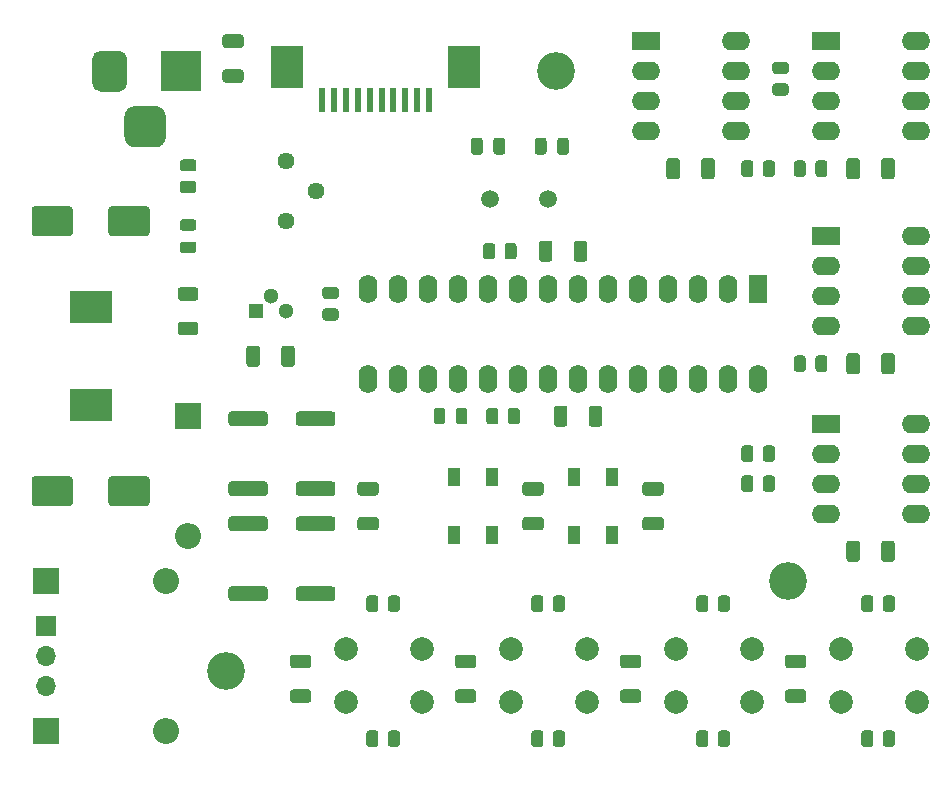
<source format=gbr>
%TF.GenerationSoftware,KiCad,Pcbnew,(5.1.10)-1*%
%TF.CreationDate,2021-06-26T23:15:49+03:00*%
%TF.ProjectId,ambient,616d6269-656e-4742-9e6b-696361645f70,rev?*%
%TF.SameCoordinates,Original*%
%TF.FileFunction,Soldermask,Top*%
%TF.FilePolarity,Negative*%
%FSLAX46Y46*%
G04 Gerber Fmt 4.6, Leading zero omitted, Abs format (unit mm)*
G04 Created by KiCad (PCBNEW (5.1.10)-1) date 2021-06-26 23:15:49*
%MOMM*%
%LPD*%
G01*
G04 APERTURE LIST*
%ADD10C,3.200000*%
%ADD11R,3.500000X3.500000*%
%ADD12R,1.600000X2.400000*%
%ADD13O,1.600000X2.400000*%
%ADD14C,1.500000*%
%ADD15R,3.600000X2.700000*%
%ADD16R,0.610000X2.000000*%
%ADD17R,2.680000X3.600000*%
%ADD18C,1.440000*%
%ADD19O,2.400000X1.600000*%
%ADD20R,2.400000X1.600000*%
%ADD21C,2.000000*%
%ADD22R,2.200000X2.200000*%
%ADD23O,2.200000X2.200000*%
%ADD24R,1.700000X1.700000*%
%ADD25O,1.700000X1.700000*%
%ADD26R,1.000000X1.500000*%
%ADD27C,1.300000*%
%ADD28R,1.300000X1.300000*%
G04 APERTURE END LIST*
D10*
%TO.C, *%
X79375000Y-63500000D03*
%TD*%
%TO.C, *%
X59690000Y-20320000D03*
%TD*%
%TO.C, *%
X31750000Y-71120000D03*
%TD*%
%TO.C,C1*%
G36*
G01*
X59545000Y-50180001D02*
X59545000Y-48879999D01*
G75*
G02*
X59794999Y-48630000I249999J0D01*
G01*
X60445001Y-48630000D01*
G75*
G02*
X60695000Y-48879999I0J-249999D01*
G01*
X60695000Y-50180001D01*
G75*
G02*
X60445001Y-50430000I-249999J0D01*
G01*
X59794999Y-50430000D01*
G75*
G02*
X59545000Y-50180001I0J249999D01*
G01*
G37*
G36*
G01*
X62495000Y-50180001D02*
X62495000Y-48879999D01*
G75*
G02*
X62744999Y-48630000I249999J0D01*
G01*
X63395001Y-48630000D01*
G75*
G02*
X63645000Y-48879999I0J-249999D01*
G01*
X63645000Y-50180001D01*
G75*
G02*
X63395001Y-50430000I-249999J0D01*
G01*
X62744999Y-50430000D01*
G75*
G02*
X62495000Y-50180001I0J249999D01*
G01*
G37*
%TD*%
%TO.C,C2*%
G36*
G01*
X59425000Y-34909999D02*
X59425000Y-36210001D01*
G75*
G02*
X59175001Y-36460000I-249999J0D01*
G01*
X58524999Y-36460000D01*
G75*
G02*
X58275000Y-36210001I0J249999D01*
G01*
X58275000Y-34909999D01*
G75*
G02*
X58524999Y-34660000I249999J0D01*
G01*
X59175001Y-34660000D01*
G75*
G02*
X59425000Y-34909999I0J-249999D01*
G01*
G37*
G36*
G01*
X62375000Y-34909999D02*
X62375000Y-36210001D01*
G75*
G02*
X62125001Y-36460000I-249999J0D01*
G01*
X61474999Y-36460000D01*
G75*
G02*
X61225000Y-36210001I0J249999D01*
G01*
X61225000Y-34909999D01*
G75*
G02*
X61474999Y-34660000I249999J0D01*
G01*
X62125001Y-34660000D01*
G75*
G02*
X62375000Y-34909999I0J-249999D01*
G01*
G37*
%TD*%
D11*
%TO.C,J1*%
X27940000Y-20320000D03*
G36*
G01*
X20440000Y-21320000D02*
X20440000Y-19320000D01*
G75*
G02*
X21190000Y-18570000I750000J0D01*
G01*
X22690000Y-18570000D01*
G75*
G02*
X23440000Y-19320000I0J-750000D01*
G01*
X23440000Y-21320000D01*
G75*
G02*
X22690000Y-22070000I-750000J0D01*
G01*
X21190000Y-22070000D01*
G75*
G02*
X20440000Y-21320000I0J750000D01*
G01*
G37*
G36*
G01*
X23190000Y-25895000D02*
X23190000Y-24145000D01*
G75*
G02*
X24065000Y-23270000I875000J0D01*
G01*
X25815000Y-23270000D01*
G75*
G02*
X26690000Y-24145000I0J-875000D01*
G01*
X26690000Y-25895000D01*
G75*
G02*
X25815000Y-26770000I-875000J0D01*
G01*
X24065000Y-26770000D01*
G75*
G02*
X23190000Y-25895000I0J875000D01*
G01*
G37*
%TD*%
D12*
%TO.C,U1*%
X76835000Y-38735000D03*
D13*
X43815000Y-46355000D03*
X74295000Y-38735000D03*
X46355000Y-46355000D03*
X71755000Y-38735000D03*
X48895000Y-46355000D03*
X69215000Y-38735000D03*
X51435000Y-46355000D03*
X66675000Y-38735000D03*
X53975000Y-46355000D03*
X64135000Y-38735000D03*
X56515000Y-46355000D03*
X61595000Y-38735000D03*
X59055000Y-46355000D03*
X59055000Y-38735000D03*
X61595000Y-46355000D03*
X56515000Y-38735000D03*
X64135000Y-46355000D03*
X53975000Y-38735000D03*
X66675000Y-46355000D03*
X51435000Y-38735000D03*
X69215000Y-46355000D03*
X48895000Y-38735000D03*
X71755000Y-46355000D03*
X46355000Y-38735000D03*
X74295000Y-46355000D03*
X43815000Y-38735000D03*
X76835000Y-46355000D03*
%TD*%
%TO.C,C3*%
G36*
G01*
X60820000Y-26195000D02*
X60820000Y-27145000D01*
G75*
G02*
X60570000Y-27395000I-250000J0D01*
G01*
X60070000Y-27395000D01*
G75*
G02*
X59820000Y-27145000I0J250000D01*
G01*
X59820000Y-26195000D01*
G75*
G02*
X60070000Y-25945000I250000J0D01*
G01*
X60570000Y-25945000D01*
G75*
G02*
X60820000Y-26195000I0J-250000D01*
G01*
G37*
G36*
G01*
X58920000Y-26195000D02*
X58920000Y-27145000D01*
G75*
G02*
X58670000Y-27395000I-250000J0D01*
G01*
X58170000Y-27395000D01*
G75*
G02*
X57920000Y-27145000I0J250000D01*
G01*
X57920000Y-26195000D01*
G75*
G02*
X58170000Y-25945000I250000J0D01*
G01*
X58670000Y-25945000D01*
G75*
G02*
X58920000Y-26195000I0J-250000D01*
G01*
G37*
%TD*%
%TO.C,C4*%
G36*
G01*
X54425000Y-27145000D02*
X54425000Y-26195000D01*
G75*
G02*
X54675000Y-25945000I250000J0D01*
G01*
X55175000Y-25945000D01*
G75*
G02*
X55425000Y-26195000I0J-250000D01*
G01*
X55425000Y-27145000D01*
G75*
G02*
X55175000Y-27395000I-250000J0D01*
G01*
X54675000Y-27395000D01*
G75*
G02*
X54425000Y-27145000I0J250000D01*
G01*
G37*
G36*
G01*
X52525000Y-27145000D02*
X52525000Y-26195000D01*
G75*
G02*
X52775000Y-25945000I250000J0D01*
G01*
X53275000Y-25945000D01*
G75*
G02*
X53525000Y-26195000I0J-250000D01*
G01*
X53525000Y-27145000D01*
G75*
G02*
X53275000Y-27395000I-250000J0D01*
G01*
X52775000Y-27395000D01*
G75*
G02*
X52525000Y-27145000I0J250000D01*
G01*
G37*
%TD*%
%TO.C,R1*%
G36*
G01*
X53542500Y-36010001D02*
X53542500Y-35109999D01*
G75*
G02*
X53792499Y-34860000I249999J0D01*
G01*
X54317501Y-34860000D01*
G75*
G02*
X54567500Y-35109999I0J-249999D01*
G01*
X54567500Y-36010001D01*
G75*
G02*
X54317501Y-36260000I-249999J0D01*
G01*
X53792499Y-36260000D01*
G75*
G02*
X53542500Y-36010001I0J249999D01*
G01*
G37*
G36*
G01*
X55367500Y-36010001D02*
X55367500Y-35109999D01*
G75*
G02*
X55617499Y-34860000I249999J0D01*
G01*
X56142501Y-34860000D01*
G75*
G02*
X56392500Y-35109999I0J-249999D01*
G01*
X56392500Y-36010001D01*
G75*
G02*
X56142501Y-36260000I-249999J0D01*
G01*
X55617499Y-36260000D01*
G75*
G02*
X55367500Y-36010001I0J249999D01*
G01*
G37*
%TD*%
D14*
%TO.C,Y1*%
X59055000Y-31115000D03*
X54155000Y-31115000D03*
%TD*%
%TO.C,C5*%
G36*
G01*
X15320000Y-34020000D02*
X15320000Y-32020000D01*
G75*
G02*
X15570000Y-31770000I250000J0D01*
G01*
X18570000Y-31770000D01*
G75*
G02*
X18820000Y-32020000I0J-250000D01*
G01*
X18820000Y-34020000D01*
G75*
G02*
X18570000Y-34270000I-250000J0D01*
G01*
X15570000Y-34270000D01*
G75*
G02*
X15320000Y-34020000I0J250000D01*
G01*
G37*
G36*
G01*
X21820000Y-34020000D02*
X21820000Y-32020000D01*
G75*
G02*
X22070000Y-31770000I250000J0D01*
G01*
X25070000Y-31770000D01*
G75*
G02*
X25320000Y-32020000I0J-250000D01*
G01*
X25320000Y-34020000D01*
G75*
G02*
X25070000Y-34270000I-250000J0D01*
G01*
X22070000Y-34270000D01*
G75*
G02*
X21820000Y-34020000I0J250000D01*
G01*
G37*
%TD*%
%TO.C,C6*%
G36*
G01*
X21820000Y-56880000D02*
X21820000Y-54880000D01*
G75*
G02*
X22070000Y-54630000I250000J0D01*
G01*
X25070000Y-54630000D01*
G75*
G02*
X25320000Y-54880000I0J-250000D01*
G01*
X25320000Y-56880000D01*
G75*
G02*
X25070000Y-57130000I-250000J0D01*
G01*
X22070000Y-57130000D01*
G75*
G02*
X21820000Y-56880000I0J250000D01*
G01*
G37*
G36*
G01*
X15320000Y-56880000D02*
X15320000Y-54880000D01*
G75*
G02*
X15570000Y-54630000I250000J0D01*
G01*
X18570000Y-54630000D01*
G75*
G02*
X18820000Y-54880000I0J-250000D01*
G01*
X18820000Y-56880000D01*
G75*
G02*
X18570000Y-57130000I-250000J0D01*
G01*
X15570000Y-57130000D01*
G75*
G02*
X15320000Y-56880000I0J250000D01*
G01*
G37*
%TD*%
%TO.C,C7*%
G36*
G01*
X37449999Y-69705000D02*
X38750001Y-69705000D01*
G75*
G02*
X39000000Y-69954999I0J-249999D01*
G01*
X39000000Y-70605001D01*
G75*
G02*
X38750001Y-70855000I-249999J0D01*
G01*
X37449999Y-70855000D01*
G75*
G02*
X37200000Y-70605001I0J249999D01*
G01*
X37200000Y-69954999D01*
G75*
G02*
X37449999Y-69705000I249999J0D01*
G01*
G37*
G36*
G01*
X37449999Y-72655000D02*
X38750001Y-72655000D01*
G75*
G02*
X39000000Y-72904999I0J-249999D01*
G01*
X39000000Y-73555001D01*
G75*
G02*
X38750001Y-73805000I-249999J0D01*
G01*
X37449999Y-73805000D01*
G75*
G02*
X37200000Y-73555001I0J249999D01*
G01*
X37200000Y-72904999D01*
G75*
G02*
X37449999Y-72655000I249999J0D01*
G01*
G37*
%TD*%
D15*
%TO.C,L1*%
X20320000Y-40300000D03*
X20320000Y-48600000D03*
%TD*%
%TO.C,R2*%
G36*
G01*
X45485000Y-65855001D02*
X45485000Y-64954999D01*
G75*
G02*
X45734999Y-64705000I249999J0D01*
G01*
X46260001Y-64705000D01*
G75*
G02*
X46510000Y-64954999I0J-249999D01*
G01*
X46510000Y-65855001D01*
G75*
G02*
X46260001Y-66105000I-249999J0D01*
G01*
X45734999Y-66105000D01*
G75*
G02*
X45485000Y-65855001I0J249999D01*
G01*
G37*
G36*
G01*
X43660000Y-65855001D02*
X43660000Y-64954999D01*
G75*
G02*
X43909999Y-64705000I249999J0D01*
G01*
X44435001Y-64705000D01*
G75*
G02*
X44685000Y-64954999I0J-249999D01*
G01*
X44685000Y-65855001D01*
G75*
G02*
X44435001Y-66105000I-249999J0D01*
G01*
X43909999Y-66105000D01*
G75*
G02*
X43660000Y-65855001I0J249999D01*
G01*
G37*
%TD*%
%TO.C,R3*%
G36*
G01*
X43660000Y-77285001D02*
X43660000Y-76384999D01*
G75*
G02*
X43909999Y-76135000I249999J0D01*
G01*
X44435001Y-76135000D01*
G75*
G02*
X44685000Y-76384999I0J-249999D01*
G01*
X44685000Y-77285001D01*
G75*
G02*
X44435001Y-77535000I-249999J0D01*
G01*
X43909999Y-77535000D01*
G75*
G02*
X43660000Y-77285001I0J249999D01*
G01*
G37*
G36*
G01*
X45485000Y-77285001D02*
X45485000Y-76384999D01*
G75*
G02*
X45734999Y-76135000I249999J0D01*
G01*
X46260001Y-76135000D01*
G75*
G02*
X46510000Y-76384999I0J-249999D01*
G01*
X46510000Y-77285001D01*
G75*
G02*
X46260001Y-77535000I-249999J0D01*
G01*
X45734999Y-77535000D01*
G75*
G02*
X45485000Y-77285001I0J249999D01*
G01*
G37*
%TD*%
%TO.C,C8*%
G36*
G01*
X79359999Y-69705000D02*
X80660001Y-69705000D01*
G75*
G02*
X80910000Y-69954999I0J-249999D01*
G01*
X80910000Y-70605001D01*
G75*
G02*
X80660001Y-70855000I-249999J0D01*
G01*
X79359999Y-70855000D01*
G75*
G02*
X79110000Y-70605001I0J249999D01*
G01*
X79110000Y-69954999D01*
G75*
G02*
X79359999Y-69705000I249999J0D01*
G01*
G37*
G36*
G01*
X79359999Y-72655000D02*
X80660001Y-72655000D01*
G75*
G02*
X80910000Y-72904999I0J-249999D01*
G01*
X80910000Y-73555001D01*
G75*
G02*
X80660001Y-73805000I-249999J0D01*
G01*
X79359999Y-73805000D01*
G75*
G02*
X79110000Y-73555001I0J249999D01*
G01*
X79110000Y-72904999D01*
G75*
G02*
X79359999Y-72655000I249999J0D01*
G01*
G37*
%TD*%
%TO.C,C9*%
G36*
G01*
X51419999Y-72655000D02*
X52720001Y-72655000D01*
G75*
G02*
X52970000Y-72904999I0J-249999D01*
G01*
X52970000Y-73555001D01*
G75*
G02*
X52720001Y-73805000I-249999J0D01*
G01*
X51419999Y-73805000D01*
G75*
G02*
X51170000Y-73555001I0J249999D01*
G01*
X51170000Y-72904999D01*
G75*
G02*
X51419999Y-72655000I249999J0D01*
G01*
G37*
G36*
G01*
X51419999Y-69705000D02*
X52720001Y-69705000D01*
G75*
G02*
X52970000Y-69954999I0J-249999D01*
G01*
X52970000Y-70605001D01*
G75*
G02*
X52720001Y-70855000I-249999J0D01*
G01*
X51419999Y-70855000D01*
G75*
G02*
X51170000Y-70605001I0J249999D01*
G01*
X51170000Y-69954999D01*
G75*
G02*
X51419999Y-69705000I249999J0D01*
G01*
G37*
%TD*%
%TO.C,C10*%
G36*
G01*
X65389999Y-72655000D02*
X66690001Y-72655000D01*
G75*
G02*
X66940000Y-72904999I0J-249999D01*
G01*
X66940000Y-73555001D01*
G75*
G02*
X66690001Y-73805000I-249999J0D01*
G01*
X65389999Y-73805000D01*
G75*
G02*
X65140000Y-73555001I0J249999D01*
G01*
X65140000Y-72904999D01*
G75*
G02*
X65389999Y-72655000I249999J0D01*
G01*
G37*
G36*
G01*
X65389999Y-69705000D02*
X66690001Y-69705000D01*
G75*
G02*
X66940000Y-69954999I0J-249999D01*
G01*
X66940000Y-70605001D01*
G75*
G02*
X66690001Y-70855000I-249999J0D01*
G01*
X65389999Y-70855000D01*
G75*
G02*
X65140000Y-70605001I0J249999D01*
G01*
X65140000Y-69954999D01*
G75*
G02*
X65389999Y-69705000I249999J0D01*
G01*
G37*
%TD*%
%TO.C,C11*%
G36*
G01*
X31734999Y-17205000D02*
X33035001Y-17205000D01*
G75*
G02*
X33285000Y-17454999I0J-249999D01*
G01*
X33285000Y-18105001D01*
G75*
G02*
X33035001Y-18355000I-249999J0D01*
G01*
X31734999Y-18355000D01*
G75*
G02*
X31485000Y-18105001I0J249999D01*
G01*
X31485000Y-17454999D01*
G75*
G02*
X31734999Y-17205000I249999J0D01*
G01*
G37*
G36*
G01*
X31734999Y-20155000D02*
X33035001Y-20155000D01*
G75*
G02*
X33285000Y-20404999I0J-249999D01*
G01*
X33285000Y-21055001D01*
G75*
G02*
X33035001Y-21305000I-249999J0D01*
G01*
X31734999Y-21305000D01*
G75*
G02*
X31485000Y-21055001I0J249999D01*
G01*
X31485000Y-20404999D01*
G75*
G02*
X31734999Y-20155000I249999J0D01*
G01*
G37*
%TD*%
%TO.C,D1*%
G36*
G01*
X29031250Y-33840000D02*
X28118750Y-33840000D01*
G75*
G02*
X27875000Y-33596250I0J243750D01*
G01*
X27875000Y-33108750D01*
G75*
G02*
X28118750Y-32865000I243750J0D01*
G01*
X29031250Y-32865000D01*
G75*
G02*
X29275000Y-33108750I0J-243750D01*
G01*
X29275000Y-33596250D01*
G75*
G02*
X29031250Y-33840000I-243750J0D01*
G01*
G37*
G36*
G01*
X29031250Y-35715000D02*
X28118750Y-35715000D01*
G75*
G02*
X27875000Y-35471250I0J243750D01*
G01*
X27875000Y-34983750D01*
G75*
G02*
X28118750Y-34740000I243750J0D01*
G01*
X29031250Y-34740000D01*
G75*
G02*
X29275000Y-34983750I0J-243750D01*
G01*
X29275000Y-35471250D01*
G75*
G02*
X29031250Y-35715000I-243750J0D01*
G01*
G37*
%TD*%
%TO.C,D2*%
G36*
G01*
X49375000Y-49986250D02*
X49375000Y-49073750D01*
G75*
G02*
X49618750Y-48830000I243750J0D01*
G01*
X50106250Y-48830000D01*
G75*
G02*
X50350000Y-49073750I0J-243750D01*
G01*
X50350000Y-49986250D01*
G75*
G02*
X50106250Y-50230000I-243750J0D01*
G01*
X49618750Y-50230000D01*
G75*
G02*
X49375000Y-49986250I0J243750D01*
G01*
G37*
G36*
G01*
X51250000Y-49986250D02*
X51250000Y-49073750D01*
G75*
G02*
X51493750Y-48830000I243750J0D01*
G01*
X51981250Y-48830000D01*
G75*
G02*
X52225000Y-49073750I0J-243750D01*
G01*
X52225000Y-49986250D01*
G75*
G02*
X51981250Y-50230000I-243750J0D01*
G01*
X51493750Y-50230000D01*
G75*
G02*
X51250000Y-49986250I0J243750D01*
G01*
G37*
%TD*%
D16*
%TO.C,J2*%
X48950000Y-22755000D03*
X47950000Y-22755000D03*
X46950000Y-22755000D03*
X45950000Y-22755000D03*
X44950000Y-22755000D03*
X43950000Y-22755000D03*
X42950000Y-22755000D03*
X41950000Y-22755000D03*
X40950000Y-22755000D03*
X39950000Y-22755000D03*
D17*
X51940000Y-19955000D03*
X36960000Y-19955000D03*
%TD*%
%TO.C,R4*%
G36*
G01*
X85570000Y-65855001D02*
X85570000Y-64954999D01*
G75*
G02*
X85819999Y-64705000I249999J0D01*
G01*
X86345001Y-64705000D01*
G75*
G02*
X86595000Y-64954999I0J-249999D01*
G01*
X86595000Y-65855001D01*
G75*
G02*
X86345001Y-66105000I-249999J0D01*
G01*
X85819999Y-66105000D01*
G75*
G02*
X85570000Y-65855001I0J249999D01*
G01*
G37*
G36*
G01*
X87395000Y-65855001D02*
X87395000Y-64954999D01*
G75*
G02*
X87644999Y-64705000I249999J0D01*
G01*
X88170001Y-64705000D01*
G75*
G02*
X88420000Y-64954999I0J-249999D01*
G01*
X88420000Y-65855001D01*
G75*
G02*
X88170001Y-66105000I-249999J0D01*
G01*
X87644999Y-66105000D01*
G75*
G02*
X87395000Y-65855001I0J249999D01*
G01*
G37*
%TD*%
%TO.C,R5*%
G36*
G01*
X87395000Y-77285001D02*
X87395000Y-76384999D01*
G75*
G02*
X87644999Y-76135000I249999J0D01*
G01*
X88170001Y-76135000D01*
G75*
G02*
X88420000Y-76384999I0J-249999D01*
G01*
X88420000Y-77285001D01*
G75*
G02*
X88170001Y-77535000I-249999J0D01*
G01*
X87644999Y-77535000D01*
G75*
G02*
X87395000Y-77285001I0J249999D01*
G01*
G37*
G36*
G01*
X85570000Y-77285001D02*
X85570000Y-76384999D01*
G75*
G02*
X85819999Y-76135000I249999J0D01*
G01*
X86345001Y-76135000D01*
G75*
G02*
X86595000Y-76384999I0J-249999D01*
G01*
X86595000Y-77285001D01*
G75*
G02*
X86345001Y-77535000I-249999J0D01*
G01*
X85819999Y-77535000D01*
G75*
G02*
X85570000Y-77285001I0J249999D01*
G01*
G37*
%TD*%
%TO.C,R6*%
G36*
G01*
X59455000Y-65855001D02*
X59455000Y-64954999D01*
G75*
G02*
X59704999Y-64705000I249999J0D01*
G01*
X60230001Y-64705000D01*
G75*
G02*
X60480000Y-64954999I0J-249999D01*
G01*
X60480000Y-65855001D01*
G75*
G02*
X60230001Y-66105000I-249999J0D01*
G01*
X59704999Y-66105000D01*
G75*
G02*
X59455000Y-65855001I0J249999D01*
G01*
G37*
G36*
G01*
X57630000Y-65855001D02*
X57630000Y-64954999D01*
G75*
G02*
X57879999Y-64705000I249999J0D01*
G01*
X58405001Y-64705000D01*
G75*
G02*
X58655000Y-64954999I0J-249999D01*
G01*
X58655000Y-65855001D01*
G75*
G02*
X58405001Y-66105000I-249999J0D01*
G01*
X57879999Y-66105000D01*
G75*
G02*
X57630000Y-65855001I0J249999D01*
G01*
G37*
%TD*%
%TO.C,R7*%
G36*
G01*
X57630000Y-77285001D02*
X57630000Y-76384999D01*
G75*
G02*
X57879999Y-76135000I249999J0D01*
G01*
X58405001Y-76135000D01*
G75*
G02*
X58655000Y-76384999I0J-249999D01*
G01*
X58655000Y-77285001D01*
G75*
G02*
X58405001Y-77535000I-249999J0D01*
G01*
X57879999Y-77535000D01*
G75*
G02*
X57630000Y-77285001I0J249999D01*
G01*
G37*
G36*
G01*
X59455000Y-77285001D02*
X59455000Y-76384999D01*
G75*
G02*
X59704999Y-76135000I249999J0D01*
G01*
X60230001Y-76135000D01*
G75*
G02*
X60480000Y-76384999I0J-249999D01*
G01*
X60480000Y-77285001D01*
G75*
G02*
X60230001Y-77535000I-249999J0D01*
G01*
X59704999Y-77535000D01*
G75*
G02*
X59455000Y-77285001I0J249999D01*
G01*
G37*
%TD*%
%TO.C,R8*%
G36*
G01*
X73425000Y-65855001D02*
X73425000Y-64954999D01*
G75*
G02*
X73674999Y-64705000I249999J0D01*
G01*
X74200001Y-64705000D01*
G75*
G02*
X74450000Y-64954999I0J-249999D01*
G01*
X74450000Y-65855001D01*
G75*
G02*
X74200001Y-66105000I-249999J0D01*
G01*
X73674999Y-66105000D01*
G75*
G02*
X73425000Y-65855001I0J249999D01*
G01*
G37*
G36*
G01*
X71600000Y-65855001D02*
X71600000Y-64954999D01*
G75*
G02*
X71849999Y-64705000I249999J0D01*
G01*
X72375001Y-64705000D01*
G75*
G02*
X72625000Y-64954999I0J-249999D01*
G01*
X72625000Y-65855001D01*
G75*
G02*
X72375001Y-66105000I-249999J0D01*
G01*
X71849999Y-66105000D01*
G75*
G02*
X71600000Y-65855001I0J249999D01*
G01*
G37*
%TD*%
%TO.C,R9*%
G36*
G01*
X71600000Y-77285001D02*
X71600000Y-76384999D01*
G75*
G02*
X71849999Y-76135000I249999J0D01*
G01*
X72375001Y-76135000D01*
G75*
G02*
X72625000Y-76384999I0J-249999D01*
G01*
X72625000Y-77285001D01*
G75*
G02*
X72375001Y-77535000I-249999J0D01*
G01*
X71849999Y-77535000D01*
G75*
G02*
X71600000Y-77285001I0J249999D01*
G01*
G37*
G36*
G01*
X73425000Y-77285001D02*
X73425000Y-76384999D01*
G75*
G02*
X73674999Y-76135000I249999J0D01*
G01*
X74200001Y-76135000D01*
G75*
G02*
X74450000Y-76384999I0J-249999D01*
G01*
X74450000Y-77285001D01*
G75*
G02*
X74200001Y-77535000I-249999J0D01*
G01*
X73674999Y-77535000D01*
G75*
G02*
X73425000Y-77285001I0J249999D01*
G01*
G37*
%TD*%
%TO.C,R10*%
G36*
G01*
X29025001Y-30635000D02*
X28124999Y-30635000D01*
G75*
G02*
X27875000Y-30385001I0J249999D01*
G01*
X27875000Y-29859999D01*
G75*
G02*
X28124999Y-29610000I249999J0D01*
G01*
X29025001Y-29610000D01*
G75*
G02*
X29275000Y-29859999I0J-249999D01*
G01*
X29275000Y-30385001D01*
G75*
G02*
X29025001Y-30635000I-249999J0D01*
G01*
G37*
G36*
G01*
X29025001Y-28810000D02*
X28124999Y-28810000D01*
G75*
G02*
X27875000Y-28560001I0J249999D01*
G01*
X27875000Y-28034999D01*
G75*
G02*
X28124999Y-27785000I249999J0D01*
G01*
X29025001Y-27785000D01*
G75*
G02*
X29275000Y-28034999I0J-249999D01*
G01*
X29275000Y-28560001D01*
G75*
G02*
X29025001Y-28810000I-249999J0D01*
G01*
G37*
%TD*%
%TO.C,R11*%
G36*
G01*
X55645000Y-49980001D02*
X55645000Y-49079999D01*
G75*
G02*
X55894999Y-48830000I249999J0D01*
G01*
X56420001Y-48830000D01*
G75*
G02*
X56670000Y-49079999I0J-249999D01*
G01*
X56670000Y-49980001D01*
G75*
G02*
X56420001Y-50230000I-249999J0D01*
G01*
X55894999Y-50230000D01*
G75*
G02*
X55645000Y-49980001I0J249999D01*
G01*
G37*
G36*
G01*
X53820000Y-49980001D02*
X53820000Y-49079999D01*
G75*
G02*
X54069999Y-48830000I249999J0D01*
G01*
X54595001Y-48830000D01*
G75*
G02*
X54845000Y-49079999I0J-249999D01*
G01*
X54845000Y-49980001D01*
G75*
G02*
X54595001Y-50230000I-249999J0D01*
G01*
X54069999Y-50230000D01*
G75*
G02*
X53820000Y-49980001I0J249999D01*
G01*
G37*
%TD*%
D18*
%TO.C,RV1*%
X36830000Y-27940000D03*
X39370000Y-30480000D03*
X36830000Y-33020000D03*
%TD*%
%TO.C,C12*%
G36*
G01*
X73170000Y-27924999D02*
X73170000Y-29225001D01*
G75*
G02*
X72920001Y-29475000I-249999J0D01*
G01*
X72269999Y-29475000D01*
G75*
G02*
X72020000Y-29225001I0J249999D01*
G01*
X72020000Y-27924999D01*
G75*
G02*
X72269999Y-27675000I249999J0D01*
G01*
X72920001Y-27675000D01*
G75*
G02*
X73170000Y-27924999I0J-249999D01*
G01*
G37*
G36*
G01*
X70220000Y-27924999D02*
X70220000Y-29225001D01*
G75*
G02*
X69970001Y-29475000I-249999J0D01*
G01*
X69319999Y-29475000D01*
G75*
G02*
X69070000Y-29225001I0J249999D01*
G01*
X69070000Y-27924999D01*
G75*
G02*
X69319999Y-27675000I249999J0D01*
G01*
X69970001Y-27675000D01*
G75*
G02*
X70220000Y-27924999I0J-249999D01*
G01*
G37*
%TD*%
%TO.C,C13*%
G36*
G01*
X85460000Y-27924999D02*
X85460000Y-29225001D01*
G75*
G02*
X85210001Y-29475000I-249999J0D01*
G01*
X84559999Y-29475000D01*
G75*
G02*
X84310000Y-29225001I0J249999D01*
G01*
X84310000Y-27924999D01*
G75*
G02*
X84559999Y-27675000I249999J0D01*
G01*
X85210001Y-27675000D01*
G75*
G02*
X85460000Y-27924999I0J-249999D01*
G01*
G37*
G36*
G01*
X88410000Y-27924999D02*
X88410000Y-29225001D01*
G75*
G02*
X88160001Y-29475000I-249999J0D01*
G01*
X87509999Y-29475000D01*
G75*
G02*
X87260000Y-29225001I0J249999D01*
G01*
X87260000Y-27924999D01*
G75*
G02*
X87509999Y-27675000I249999J0D01*
G01*
X88160001Y-27675000D01*
G75*
G02*
X88410000Y-27924999I0J-249999D01*
G01*
G37*
%TD*%
%TO.C,C14*%
G36*
G01*
X88410000Y-44434999D02*
X88410000Y-45735001D01*
G75*
G02*
X88160001Y-45985000I-249999J0D01*
G01*
X87509999Y-45985000D01*
G75*
G02*
X87260000Y-45735001I0J249999D01*
G01*
X87260000Y-44434999D01*
G75*
G02*
X87509999Y-44185000I249999J0D01*
G01*
X88160001Y-44185000D01*
G75*
G02*
X88410000Y-44434999I0J-249999D01*
G01*
G37*
G36*
G01*
X85460000Y-44434999D02*
X85460000Y-45735001D01*
G75*
G02*
X85210001Y-45985000I-249999J0D01*
G01*
X84559999Y-45985000D01*
G75*
G02*
X84310000Y-45735001I0J249999D01*
G01*
X84310000Y-44434999D01*
G75*
G02*
X84559999Y-44185000I249999J0D01*
G01*
X85210001Y-44185000D01*
G75*
G02*
X85460000Y-44434999I0J-249999D01*
G01*
G37*
%TD*%
%TO.C,C15*%
G36*
G01*
X85460000Y-60309999D02*
X85460000Y-61610001D01*
G75*
G02*
X85210001Y-61860000I-249999J0D01*
G01*
X84559999Y-61860000D01*
G75*
G02*
X84310000Y-61610001I0J249999D01*
G01*
X84310000Y-60309999D01*
G75*
G02*
X84559999Y-60060000I249999J0D01*
G01*
X85210001Y-60060000D01*
G75*
G02*
X85460000Y-60309999I0J-249999D01*
G01*
G37*
G36*
G01*
X88410000Y-60309999D02*
X88410000Y-61610001D01*
G75*
G02*
X88160001Y-61860000I-249999J0D01*
G01*
X87509999Y-61860000D01*
G75*
G02*
X87260000Y-61610001I0J249999D01*
G01*
X87260000Y-60309999D01*
G75*
G02*
X87509999Y-60060000I249999J0D01*
G01*
X88160001Y-60060000D01*
G75*
G02*
X88410000Y-60309999I0J-249999D01*
G01*
G37*
%TD*%
%TO.C,R12*%
G36*
G01*
X77235000Y-29025001D02*
X77235000Y-28124999D01*
G75*
G02*
X77484999Y-27875000I249999J0D01*
G01*
X78010001Y-27875000D01*
G75*
G02*
X78260000Y-28124999I0J-249999D01*
G01*
X78260000Y-29025001D01*
G75*
G02*
X78010001Y-29275000I-249999J0D01*
G01*
X77484999Y-29275000D01*
G75*
G02*
X77235000Y-29025001I0J249999D01*
G01*
G37*
G36*
G01*
X75410000Y-29025001D02*
X75410000Y-28124999D01*
G75*
G02*
X75659999Y-27875000I249999J0D01*
G01*
X76185001Y-27875000D01*
G75*
G02*
X76435000Y-28124999I0J-249999D01*
G01*
X76435000Y-29025001D01*
G75*
G02*
X76185001Y-29275000I-249999J0D01*
G01*
X75659999Y-29275000D01*
G75*
G02*
X75410000Y-29025001I0J249999D01*
G01*
G37*
%TD*%
%TO.C,R13*%
G36*
G01*
X82705000Y-28124999D02*
X82705000Y-29025001D01*
G75*
G02*
X82455001Y-29275000I-249999J0D01*
G01*
X81929999Y-29275000D01*
G75*
G02*
X81680000Y-29025001I0J249999D01*
G01*
X81680000Y-28124999D01*
G75*
G02*
X81929999Y-27875000I249999J0D01*
G01*
X82455001Y-27875000D01*
G75*
G02*
X82705000Y-28124999I0J-249999D01*
G01*
G37*
G36*
G01*
X80880000Y-28124999D02*
X80880000Y-29025001D01*
G75*
G02*
X80630001Y-29275000I-249999J0D01*
G01*
X80104999Y-29275000D01*
G75*
G02*
X79855000Y-29025001I0J249999D01*
G01*
X79855000Y-28124999D01*
G75*
G02*
X80104999Y-27875000I249999J0D01*
G01*
X80630001Y-27875000D01*
G75*
G02*
X80880000Y-28124999I0J-249999D01*
G01*
G37*
%TD*%
%TO.C,R14*%
G36*
G01*
X79190001Y-20555000D02*
X78289999Y-20555000D01*
G75*
G02*
X78040000Y-20305001I0J249999D01*
G01*
X78040000Y-19779999D01*
G75*
G02*
X78289999Y-19530000I249999J0D01*
G01*
X79190001Y-19530000D01*
G75*
G02*
X79440000Y-19779999I0J-249999D01*
G01*
X79440000Y-20305001D01*
G75*
G02*
X79190001Y-20555000I-249999J0D01*
G01*
G37*
G36*
G01*
X79190001Y-22380000D02*
X78289999Y-22380000D01*
G75*
G02*
X78040000Y-22130001I0J249999D01*
G01*
X78040000Y-21604999D01*
G75*
G02*
X78289999Y-21355000I249999J0D01*
G01*
X79190001Y-21355000D01*
G75*
G02*
X79440000Y-21604999I0J-249999D01*
G01*
X79440000Y-22130001D01*
G75*
G02*
X79190001Y-22380000I-249999J0D01*
G01*
G37*
%TD*%
%TO.C,R15*%
G36*
G01*
X80880000Y-44634999D02*
X80880000Y-45535001D01*
G75*
G02*
X80630001Y-45785000I-249999J0D01*
G01*
X80104999Y-45785000D01*
G75*
G02*
X79855000Y-45535001I0J249999D01*
G01*
X79855000Y-44634999D01*
G75*
G02*
X80104999Y-44385000I249999J0D01*
G01*
X80630001Y-44385000D01*
G75*
G02*
X80880000Y-44634999I0J-249999D01*
G01*
G37*
G36*
G01*
X82705000Y-44634999D02*
X82705000Y-45535001D01*
G75*
G02*
X82455001Y-45785000I-249999J0D01*
G01*
X81929999Y-45785000D01*
G75*
G02*
X81680000Y-45535001I0J249999D01*
G01*
X81680000Y-44634999D01*
G75*
G02*
X81929999Y-44385000I249999J0D01*
G01*
X82455001Y-44385000D01*
G75*
G02*
X82705000Y-44634999I0J-249999D01*
G01*
G37*
%TD*%
%TO.C,R16*%
G36*
G01*
X75410000Y-53155001D02*
X75410000Y-52254999D01*
G75*
G02*
X75659999Y-52005000I249999J0D01*
G01*
X76185001Y-52005000D01*
G75*
G02*
X76435000Y-52254999I0J-249999D01*
G01*
X76435000Y-53155001D01*
G75*
G02*
X76185001Y-53405000I-249999J0D01*
G01*
X75659999Y-53405000D01*
G75*
G02*
X75410000Y-53155001I0J249999D01*
G01*
G37*
G36*
G01*
X77235000Y-53155001D02*
X77235000Y-52254999D01*
G75*
G02*
X77484999Y-52005000I249999J0D01*
G01*
X78010001Y-52005000D01*
G75*
G02*
X78260000Y-52254999I0J-249999D01*
G01*
X78260000Y-53155001D01*
G75*
G02*
X78010001Y-53405000I-249999J0D01*
G01*
X77484999Y-53405000D01*
G75*
G02*
X77235000Y-53155001I0J249999D01*
G01*
G37*
%TD*%
%TO.C,R17*%
G36*
G01*
X75410000Y-55695001D02*
X75410000Y-54794999D01*
G75*
G02*
X75659999Y-54545000I249999J0D01*
G01*
X76185001Y-54545000D01*
G75*
G02*
X76435000Y-54794999I0J-249999D01*
G01*
X76435000Y-55695001D01*
G75*
G02*
X76185001Y-55945000I-249999J0D01*
G01*
X75659999Y-55945000D01*
G75*
G02*
X75410000Y-55695001I0J249999D01*
G01*
G37*
G36*
G01*
X77235000Y-55695001D02*
X77235000Y-54794999D01*
G75*
G02*
X77484999Y-54545000I249999J0D01*
G01*
X78010001Y-54545000D01*
G75*
G02*
X78260000Y-54794999I0J-249999D01*
G01*
X78260000Y-55695001D01*
G75*
G02*
X78010001Y-55945000I-249999J0D01*
G01*
X77484999Y-55945000D01*
G75*
G02*
X77235000Y-55695001I0J249999D01*
G01*
G37*
%TD*%
D19*
%TO.C,U2*%
X74930000Y-17780000D03*
X67310000Y-25400000D03*
X74930000Y-20320000D03*
X67310000Y-22860000D03*
X74930000Y-22860000D03*
X67310000Y-20320000D03*
X74930000Y-25400000D03*
D20*
X67310000Y-17780000D03*
%TD*%
%TO.C,U3*%
X82550000Y-17780000D03*
D19*
X90170000Y-25400000D03*
X82550000Y-20320000D03*
X90170000Y-22860000D03*
X82550000Y-22860000D03*
X90170000Y-20320000D03*
X82550000Y-25400000D03*
X90170000Y-17780000D03*
%TD*%
%TO.C,U4*%
X90170000Y-34290000D03*
X82550000Y-41910000D03*
X90170000Y-36830000D03*
X82550000Y-39370000D03*
X90170000Y-39370000D03*
X82550000Y-36830000D03*
X90170000Y-41910000D03*
D20*
X82550000Y-34290000D03*
%TD*%
%TO.C,U5*%
X82550000Y-50165000D03*
D19*
X90170000Y-57785000D03*
X82550000Y-52705000D03*
X90170000Y-55245000D03*
X82550000Y-55245000D03*
X90170000Y-52705000D03*
X82550000Y-57785000D03*
X90170000Y-50165000D03*
%TD*%
D21*
%TO.C,SW1*%
X41910000Y-73715000D03*
X41910000Y-69215000D03*
X48410000Y-73715000D03*
X48410000Y-69215000D03*
%TD*%
%TO.C,SW2*%
X90320000Y-69215000D03*
X90320000Y-73715000D03*
X83820000Y-69215000D03*
X83820000Y-73715000D03*
%TD*%
%TO.C,SW3*%
X55880000Y-73715000D03*
X55880000Y-69215000D03*
X62380000Y-73715000D03*
X62380000Y-69215000D03*
%TD*%
%TO.C,SW4*%
X76350000Y-69215000D03*
X76350000Y-73715000D03*
X69850000Y-69215000D03*
X69850000Y-73715000D03*
%TD*%
%TO.C,C16*%
G36*
G01*
X57134999Y-58050000D02*
X58435001Y-58050000D01*
G75*
G02*
X58685000Y-58299999I0J-249999D01*
G01*
X58685000Y-58950001D01*
G75*
G02*
X58435001Y-59200000I-249999J0D01*
G01*
X57134999Y-59200000D01*
G75*
G02*
X56885000Y-58950001I0J249999D01*
G01*
X56885000Y-58299999D01*
G75*
G02*
X57134999Y-58050000I249999J0D01*
G01*
G37*
G36*
G01*
X57134999Y-55100000D02*
X58435001Y-55100000D01*
G75*
G02*
X58685000Y-55349999I0J-249999D01*
G01*
X58685000Y-56000001D01*
G75*
G02*
X58435001Y-56250000I-249999J0D01*
G01*
X57134999Y-56250000D01*
G75*
G02*
X56885000Y-56000001I0J249999D01*
G01*
X56885000Y-55349999D01*
G75*
G02*
X57134999Y-55100000I249999J0D01*
G01*
G37*
%TD*%
%TO.C,C17*%
G36*
G01*
X67294999Y-55100000D02*
X68595001Y-55100000D01*
G75*
G02*
X68845000Y-55349999I0J-249999D01*
G01*
X68845000Y-56000001D01*
G75*
G02*
X68595001Y-56250000I-249999J0D01*
G01*
X67294999Y-56250000D01*
G75*
G02*
X67045000Y-56000001I0J249999D01*
G01*
X67045000Y-55349999D01*
G75*
G02*
X67294999Y-55100000I249999J0D01*
G01*
G37*
G36*
G01*
X67294999Y-58050000D02*
X68595001Y-58050000D01*
G75*
G02*
X68845000Y-58299999I0J-249999D01*
G01*
X68845000Y-58950001D01*
G75*
G02*
X68595001Y-59200000I-249999J0D01*
G01*
X67294999Y-59200000D01*
G75*
G02*
X67045000Y-58950001I0J249999D01*
G01*
X67045000Y-58299999D01*
G75*
G02*
X67294999Y-58050000I249999J0D01*
G01*
G37*
%TD*%
%TO.C,C18*%
G36*
G01*
X37610000Y-43799999D02*
X37610000Y-45100001D01*
G75*
G02*
X37360001Y-45350000I-249999J0D01*
G01*
X36709999Y-45350000D01*
G75*
G02*
X36460000Y-45100001I0J249999D01*
G01*
X36460000Y-43799999D01*
G75*
G02*
X36709999Y-43550000I249999J0D01*
G01*
X37360001Y-43550000D01*
G75*
G02*
X37610000Y-43799999I0J-249999D01*
G01*
G37*
G36*
G01*
X34660000Y-43799999D02*
X34660000Y-45100001D01*
G75*
G02*
X34410001Y-45350000I-249999J0D01*
G01*
X33759999Y-45350000D01*
G75*
G02*
X33510000Y-45100001I0J249999D01*
G01*
X33510000Y-43799999D01*
G75*
G02*
X33759999Y-43550000I249999J0D01*
G01*
X34410001Y-43550000D01*
G75*
G02*
X34660000Y-43799999I0J-249999D01*
G01*
G37*
%TD*%
%TO.C,C19*%
G36*
G01*
X44465001Y-56250000D02*
X43164999Y-56250000D01*
G75*
G02*
X42915000Y-56000001I0J249999D01*
G01*
X42915000Y-55349999D01*
G75*
G02*
X43164999Y-55100000I249999J0D01*
G01*
X44465001Y-55100000D01*
G75*
G02*
X44715000Y-55349999I0J-249999D01*
G01*
X44715000Y-56000001D01*
G75*
G02*
X44465001Y-56250000I-249999J0D01*
G01*
G37*
G36*
G01*
X44465001Y-59200000D02*
X43164999Y-59200000D01*
G75*
G02*
X42915000Y-58950001I0J249999D01*
G01*
X42915000Y-58299999D01*
G75*
G02*
X43164999Y-58050000I249999J0D01*
G01*
X44465001Y-58050000D01*
G75*
G02*
X44715000Y-58299999I0J-249999D01*
G01*
X44715000Y-58950001D01*
G75*
G02*
X44465001Y-59200000I-249999J0D01*
G01*
G37*
%TD*%
D22*
%TO.C,D3*%
X28575000Y-49530000D03*
D23*
X28575000Y-59690000D03*
%TD*%
%TO.C,D4*%
X26670000Y-76200000D03*
D22*
X16510000Y-76200000D03*
%TD*%
%TO.C,D5*%
X16510000Y-63500000D03*
D23*
X26670000Y-63500000D03*
%TD*%
D24*
%TO.C,J3*%
X16510000Y-67310000D03*
D25*
X16510000Y-69850000D03*
X16510000Y-72390000D03*
%TD*%
%TO.C,R18*%
G36*
G01*
X41090001Y-41430000D02*
X40189999Y-41430000D01*
G75*
G02*
X39940000Y-41180001I0J249999D01*
G01*
X39940000Y-40654999D01*
G75*
G02*
X40189999Y-40405000I249999J0D01*
G01*
X41090001Y-40405000D01*
G75*
G02*
X41340000Y-40654999I0J-249999D01*
G01*
X41340000Y-41180001D01*
G75*
G02*
X41090001Y-41430000I-249999J0D01*
G01*
G37*
G36*
G01*
X41090001Y-39605000D02*
X40189999Y-39605000D01*
G75*
G02*
X39940000Y-39355001I0J249999D01*
G01*
X39940000Y-38829999D01*
G75*
G02*
X40189999Y-38580000I249999J0D01*
G01*
X41090001Y-38580000D01*
G75*
G02*
X41340000Y-38829999I0J-249999D01*
G01*
X41340000Y-39355001D01*
G75*
G02*
X41090001Y-39605000I-249999J0D01*
G01*
G37*
%TD*%
%TO.C,R19*%
G36*
G01*
X29200001Y-42665000D02*
X27949999Y-42665000D01*
G75*
G02*
X27700000Y-42415001I0J249999D01*
G01*
X27700000Y-41789999D01*
G75*
G02*
X27949999Y-41540000I249999J0D01*
G01*
X29200001Y-41540000D01*
G75*
G02*
X29450000Y-41789999I0J-249999D01*
G01*
X29450000Y-42415001D01*
G75*
G02*
X29200001Y-42665000I-249999J0D01*
G01*
G37*
G36*
G01*
X29200001Y-39740000D02*
X27949999Y-39740000D01*
G75*
G02*
X27700000Y-39490001I0J249999D01*
G01*
X27700000Y-38864999D01*
G75*
G02*
X27949999Y-38615000I249999J0D01*
G01*
X29200001Y-38615000D01*
G75*
G02*
X29450000Y-38864999I0J-249999D01*
G01*
X29450000Y-39490001D01*
G75*
G02*
X29200001Y-39740000I-249999J0D01*
G01*
G37*
%TD*%
%TO.C,R20*%
G36*
G01*
X32230000Y-63945000D02*
X35080000Y-63945000D01*
G75*
G02*
X35330000Y-64195000I0J-250000D01*
G01*
X35330000Y-64920000D01*
G75*
G02*
X35080000Y-65170000I-250000J0D01*
G01*
X32230000Y-65170000D01*
G75*
G02*
X31980000Y-64920000I0J250000D01*
G01*
X31980000Y-64195000D01*
G75*
G02*
X32230000Y-63945000I250000J0D01*
G01*
G37*
G36*
G01*
X32230000Y-58020000D02*
X35080000Y-58020000D01*
G75*
G02*
X35330000Y-58270000I0J-250000D01*
G01*
X35330000Y-58995000D01*
G75*
G02*
X35080000Y-59245000I-250000J0D01*
G01*
X32230000Y-59245000D01*
G75*
G02*
X31980000Y-58995000I0J250000D01*
G01*
X31980000Y-58270000D01*
G75*
G02*
X32230000Y-58020000I250000J0D01*
G01*
G37*
%TD*%
%TO.C,R21*%
G36*
G01*
X37945000Y-58020000D02*
X40795000Y-58020000D01*
G75*
G02*
X41045000Y-58270000I0J-250000D01*
G01*
X41045000Y-58995000D01*
G75*
G02*
X40795000Y-59245000I-250000J0D01*
G01*
X37945000Y-59245000D01*
G75*
G02*
X37695000Y-58995000I0J250000D01*
G01*
X37695000Y-58270000D01*
G75*
G02*
X37945000Y-58020000I250000J0D01*
G01*
G37*
G36*
G01*
X37945000Y-63945000D02*
X40795000Y-63945000D01*
G75*
G02*
X41045000Y-64195000I0J-250000D01*
G01*
X41045000Y-64920000D01*
G75*
G02*
X40795000Y-65170000I-250000J0D01*
G01*
X37945000Y-65170000D01*
G75*
G02*
X37695000Y-64920000I0J250000D01*
G01*
X37695000Y-64195000D01*
G75*
G02*
X37945000Y-63945000I250000J0D01*
G01*
G37*
%TD*%
%TO.C,R22*%
G36*
G01*
X32230000Y-55055000D02*
X35080000Y-55055000D01*
G75*
G02*
X35330000Y-55305000I0J-250000D01*
G01*
X35330000Y-56030000D01*
G75*
G02*
X35080000Y-56280000I-250000J0D01*
G01*
X32230000Y-56280000D01*
G75*
G02*
X31980000Y-56030000I0J250000D01*
G01*
X31980000Y-55305000D01*
G75*
G02*
X32230000Y-55055000I250000J0D01*
G01*
G37*
G36*
G01*
X32230000Y-49130000D02*
X35080000Y-49130000D01*
G75*
G02*
X35330000Y-49380000I0J-250000D01*
G01*
X35330000Y-50105000D01*
G75*
G02*
X35080000Y-50355000I-250000J0D01*
G01*
X32230000Y-50355000D01*
G75*
G02*
X31980000Y-50105000I0J250000D01*
G01*
X31980000Y-49380000D01*
G75*
G02*
X32230000Y-49130000I250000J0D01*
G01*
G37*
%TD*%
%TO.C,R23*%
G36*
G01*
X37945000Y-49130000D02*
X40795000Y-49130000D01*
G75*
G02*
X41045000Y-49380000I0J-250000D01*
G01*
X41045000Y-50105000D01*
G75*
G02*
X40795000Y-50355000I-250000J0D01*
G01*
X37945000Y-50355000D01*
G75*
G02*
X37695000Y-50105000I0J250000D01*
G01*
X37695000Y-49380000D01*
G75*
G02*
X37945000Y-49130000I250000J0D01*
G01*
G37*
G36*
G01*
X37945000Y-55055000D02*
X40795000Y-55055000D01*
G75*
G02*
X41045000Y-55305000I0J-250000D01*
G01*
X41045000Y-56030000D01*
G75*
G02*
X40795000Y-56280000I-250000J0D01*
G01*
X37945000Y-56280000D01*
G75*
G02*
X37695000Y-56030000I0J250000D01*
G01*
X37695000Y-55305000D01*
G75*
G02*
X37945000Y-55055000I250000J0D01*
G01*
G37*
%TD*%
D26*
%TO.C,DD1*%
X54305000Y-54700000D03*
X51105000Y-54700000D03*
X54305000Y-59600000D03*
X51105000Y-59600000D03*
%TD*%
%TO.C,DD2*%
X61265000Y-59600000D03*
X64465000Y-59600000D03*
X61265000Y-54700000D03*
X64465000Y-54700000D03*
%TD*%
D27*
%TO.C,Q1*%
X35560000Y-39370000D03*
X36830000Y-40640000D03*
D28*
X34290000Y-40640000D03*
%TD*%
M02*

</source>
